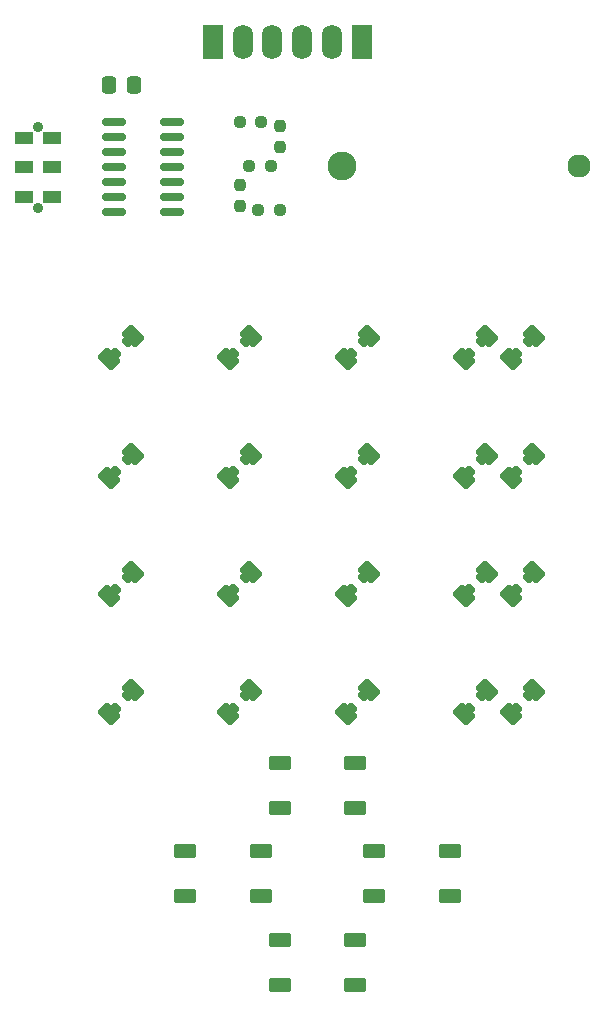
<source format=gbr>
%TF.GenerationSoftware,KiCad,Pcbnew,8.0.5*%
%TF.CreationDate,2025-05-11T18:50:40-04:00*%
%TF.ProjectId,Business_Card,42757369-6e65-4737-935f-436172642e6b,rev?*%
%TF.SameCoordinates,Original*%
%TF.FileFunction,Soldermask,Bot*%
%TF.FilePolarity,Negative*%
%FSLAX46Y46*%
G04 Gerber Fmt 4.6, Leading zero omitted, Abs format (unit mm)*
G04 Created by KiCad (PCBNEW 8.0.5) date 2025-05-11 18:50:40*
%MOMM*%
%LPD*%
G01*
G04 APERTURE LIST*
G04 Aperture macros list*
%AMRoundRect*
0 Rectangle with rounded corners*
0 $1 Rounding radius*
0 $2 $3 $4 $5 $6 $7 $8 $9 X,Y pos of 4 corners*
0 Add a 4 corners polygon primitive as box body*
4,1,4,$2,$3,$4,$5,$6,$7,$8,$9,$2,$3,0*
0 Add four circle primitives for the rounded corners*
1,1,$1+$1,$2,$3*
1,1,$1+$1,$4,$5*
1,1,$1+$1,$6,$7*
1,1,$1+$1,$8,$9*
0 Add four rect primitives between the rounded corners*
20,1,$1+$1,$2,$3,$4,$5,0*
20,1,$1+$1,$4,$5,$6,$7,0*
20,1,$1+$1,$6,$7,$8,$9,0*
20,1,$1+$1,$8,$9,$2,$3,0*%
G04 Aperture macros list end*
%ADD10O,1.710000X2.920000*%
%ADD11O,1.700000X2.920000*%
%ADD12R,1.700000X2.920000*%
%ADD13RoundRect,0.250000X-0.176777X0.707107X-0.707107X0.176777X0.176777X-0.707107X0.707107X-0.176777X0*%
%ADD14RoundRect,0.218750X-0.026517X0.335876X-0.335876X0.026517X0.026517X-0.335876X0.335876X-0.026517X0*%
%ADD15RoundRect,0.237500X0.237500X-0.250000X0.237500X0.250000X-0.237500X0.250000X-0.237500X-0.250000X0*%
%ADD16RoundRect,0.237500X-0.250000X-0.237500X0.250000X-0.237500X0.250000X0.237500X-0.250000X0.237500X0*%
%ADD17RoundRect,0.102000X0.800000X0.500000X-0.800000X0.500000X-0.800000X-0.500000X0.800000X-0.500000X0*%
%ADD18R,1.600200X0.990600*%
%ADD19C,0.889000*%
%ADD20RoundRect,0.150000X-0.825000X-0.150000X0.825000X-0.150000X0.825000X0.150000X-0.825000X0.150000X0*%
%ADD21RoundRect,0.237500X0.250000X0.237500X-0.250000X0.237500X-0.250000X-0.237500X0.250000X-0.237500X0*%
%ADD22C,1.959000*%
%ADD23C,2.454000*%
%ADD24RoundRect,0.250000X0.337500X0.475000X-0.337500X0.475000X-0.337500X-0.475000X0.337500X-0.475000X0*%
G04 APERTURE END LIST*
D10*
%TO.C,J1*%
X134275000Y-34860000D03*
D11*
X131740000Y-34860000D03*
D12*
X129200000Y-34860000D03*
%TD*%
D13*
%TO.C,D10*%
X140470761Y-81760660D03*
D14*
X140912703Y-81318718D03*
X142026396Y-80205025D03*
D13*
X142450660Y-79780761D03*
%TD*%
D15*
%TO.C,R4*%
X131500000Y-46987500D03*
X131500000Y-48812500D03*
%TD*%
D13*
%TO.C,D9*%
X140470761Y-91760660D03*
D14*
X140912703Y-91318718D03*
X142026396Y-90205025D03*
D13*
X142450660Y-89780761D03*
%TD*%
%TO.C,D20*%
X120470761Y-61760660D03*
D14*
X120912703Y-61318718D03*
X122026396Y-60205025D03*
D13*
X122450660Y-59780761D03*
%TD*%
%TO.C,D15*%
X130470761Y-71760660D03*
D14*
X130912703Y-71318718D03*
X132026396Y-70205025D03*
D13*
X132450660Y-69780761D03*
%TD*%
%TO.C,D8*%
X150470761Y-61760660D03*
D14*
X150912703Y-61318718D03*
X152026396Y-60205025D03*
D13*
X152450660Y-59780761D03*
%TD*%
D15*
%TO.C,R2*%
X134900000Y-41987500D03*
X134900000Y-43812500D03*
%TD*%
D16*
%TO.C,R5*%
X134912500Y-49100000D03*
X133087500Y-49100000D03*
%TD*%
D13*
%TO.C,D14*%
X130470761Y-81760660D03*
D14*
X130912703Y-81318718D03*
X132026396Y-80205025D03*
D13*
X132450660Y-79780761D03*
%TD*%
D17*
%TO.C,SW2*%
X126900000Y-107200000D03*
X133300000Y-107200000D03*
X126900000Y-103400000D03*
X133300000Y-103400000D03*
%TD*%
D13*
%TO.C,D11*%
X140470761Y-71760660D03*
D14*
X140912703Y-71318718D03*
X142026396Y-70205025D03*
D13*
X142450660Y-69780761D03*
%TD*%
%TO.C,D2*%
X154470761Y-81760660D03*
D14*
X154912703Y-81318718D03*
X156026396Y-80205025D03*
D13*
X156450660Y-79780761D03*
%TD*%
%TO.C,D17*%
X120470761Y-91760660D03*
D14*
X120912703Y-91318718D03*
X122026396Y-90205025D03*
D13*
X122450660Y-89780761D03*
%TD*%
D18*
%TO.C,SSW1*%
X113225900Y-48000000D03*
X113225900Y-45500000D03*
X113225900Y-43000000D03*
X115625900Y-43000000D03*
X115625900Y-45500000D03*
X115625900Y-48000000D03*
D19*
X114425900Y-42100002D03*
X114425900Y-48899998D03*
%TD*%
D20*
%TO.C,U1*%
X125775000Y-49310000D03*
X125775000Y-48040000D03*
X125775000Y-46770000D03*
X125775000Y-45500000D03*
X125775000Y-44230000D03*
X125775000Y-42960000D03*
X125775000Y-41690000D03*
X120825000Y-41690000D03*
X120825000Y-42960000D03*
X120825000Y-44230000D03*
X120825000Y-45500000D03*
X120825000Y-46770000D03*
X120825000Y-48040000D03*
X120825000Y-49310000D03*
%TD*%
D10*
%TO.C,J2*%
X136805000Y-34860000D03*
D11*
X139340000Y-34860000D03*
D12*
X141880000Y-34860000D03*
%TD*%
D21*
%TO.C,R3*%
X132287500Y-45400000D03*
X134112500Y-45400000D03*
%TD*%
D13*
%TO.C,D6*%
X150470761Y-81760660D03*
D14*
X150912703Y-81318718D03*
X152026396Y-80205025D03*
D13*
X152450660Y-79780761D03*
%TD*%
D17*
%TO.C,SW4*%
X142900000Y-107200000D03*
X149300000Y-107200000D03*
X142900000Y-103400000D03*
X149300000Y-103400000D03*
%TD*%
D13*
%TO.C,D3*%
X154470761Y-71760660D03*
D14*
X154912703Y-71318718D03*
X156026396Y-70205025D03*
D13*
X156450660Y-69780761D03*
%TD*%
D17*
%TO.C,SW3*%
X134900000Y-114700000D03*
X141300000Y-114700000D03*
X134900000Y-110900000D03*
X141300000Y-110900000D03*
%TD*%
D13*
%TO.C,D16*%
X130470761Y-61760660D03*
D14*
X130912703Y-61318718D03*
X132026396Y-60205025D03*
D13*
X132450660Y-59780761D03*
%TD*%
%TO.C,D12*%
X140470761Y-61760660D03*
D14*
X140912703Y-61318718D03*
X142026396Y-60205025D03*
D13*
X142450660Y-59780761D03*
%TD*%
D22*
%TO.C,BT1*%
X160200000Y-45400000D03*
D23*
X140200000Y-45400000D03*
%TD*%
D13*
%TO.C,D1*%
X154470761Y-91760660D03*
D14*
X154912703Y-91318718D03*
X156026396Y-90205025D03*
D13*
X156450660Y-89780761D03*
%TD*%
%TO.C,D5*%
X150470761Y-91760660D03*
D14*
X150912703Y-91318718D03*
X152026396Y-90205025D03*
D13*
X152450660Y-89780761D03*
%TD*%
%TO.C,D7*%
X150470761Y-71760660D03*
D14*
X150912703Y-71318718D03*
X152026396Y-70205025D03*
D13*
X152450660Y-69780761D03*
%TD*%
D21*
%TO.C,R1*%
X131487500Y-41700000D03*
X133312500Y-41700000D03*
%TD*%
D24*
%TO.C,C1*%
X122537500Y-38500000D03*
X120462500Y-38500000D03*
%TD*%
D13*
%TO.C,D19*%
X120470761Y-71760660D03*
D14*
X120912703Y-71318718D03*
X122026396Y-70205025D03*
D13*
X122450660Y-69780761D03*
%TD*%
%TO.C,D13*%
X130470761Y-91760660D03*
D14*
X130912703Y-91318718D03*
X132026396Y-90205025D03*
D13*
X132450660Y-89780761D03*
%TD*%
%TO.C,D4*%
X154470761Y-61760660D03*
D14*
X154912703Y-61318718D03*
X156026396Y-60205025D03*
D13*
X156450660Y-59780761D03*
%TD*%
D17*
%TO.C,SW1*%
X134900000Y-99700000D03*
X141300000Y-99700000D03*
X134900000Y-95900000D03*
X141300000Y-95900000D03*
%TD*%
D13*
%TO.C,D18*%
X120470761Y-81760660D03*
D14*
X120912703Y-81318718D03*
X122026396Y-80205025D03*
D13*
X122450660Y-79780761D03*
%TD*%
M02*

</source>
